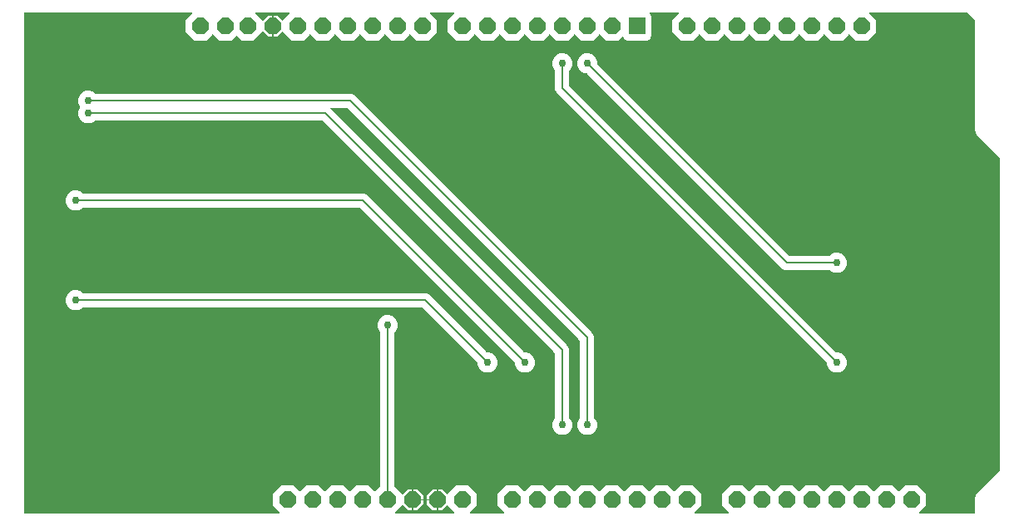
<source format=gbr>
G04 EAGLE Gerber RS-274X export*
G75*
%MOMM*%
%FSLAX34Y34*%
%LPD*%
%INBottom Copper*%
%IPPOS*%
%AMOC8*
5,1,8,0,0,1.08239X$1,22.5*%
G01*
G04 Define Apertures*
%ADD10P,1.81452X8X22.5*%
%ADD11R,1.676400X1.676400*%
%ADD12C,0.756400*%
%ADD13C,0.152400*%
G36*
X270993Y11490D02*
X271244Y11662D01*
X271407Y11917D01*
X271458Y12216D01*
X271388Y12511D01*
X271235Y12731D01*
X264668Y19298D01*
X264668Y31502D01*
X273298Y40132D01*
X285502Y40132D01*
X291561Y34073D01*
X291814Y33906D01*
X292112Y33850D01*
X292408Y33915D01*
X292639Y34073D01*
X298698Y40132D01*
X310902Y40132D01*
X316961Y34073D01*
X317214Y33906D01*
X317512Y33850D01*
X317808Y33915D01*
X318039Y34073D01*
X324098Y40132D01*
X336302Y40132D01*
X342361Y34073D01*
X342614Y33906D01*
X342912Y33850D01*
X343208Y33915D01*
X343439Y34073D01*
X349498Y40132D01*
X361702Y40132D01*
X367761Y34073D01*
X368014Y33906D01*
X368312Y33850D01*
X368608Y33915D01*
X368839Y34073D01*
X373665Y38899D01*
X373832Y39152D01*
X373888Y39438D01*
X373888Y195668D01*
X373828Y195965D01*
X373665Y196206D01*
X372411Y197461D01*
X370868Y201185D01*
X370868Y205215D01*
X372411Y208939D01*
X375261Y211790D01*
X378985Y213332D01*
X383015Y213332D01*
X386739Y211790D01*
X389590Y208939D01*
X391132Y205215D01*
X391132Y201185D01*
X389590Y197461D01*
X388335Y196206D01*
X388168Y195954D01*
X388112Y195668D01*
X388112Y39438D01*
X388172Y39141D01*
X388335Y38899D01*
X395855Y31379D01*
X396108Y31211D01*
X396406Y31156D01*
X396702Y31221D01*
X396933Y31379D01*
X401876Y36322D01*
X405638Y36322D01*
X405638Y14478D01*
X401876Y14478D01*
X396933Y19421D01*
X396680Y19589D01*
X396382Y19644D01*
X396086Y19579D01*
X395855Y19421D01*
X389165Y12731D01*
X388998Y12478D01*
X388942Y12180D01*
X389007Y11884D01*
X389182Y11636D01*
X389441Y11477D01*
X389704Y11430D01*
X448496Y11430D01*
X448793Y11490D01*
X449044Y11662D01*
X449207Y11917D01*
X449258Y12216D01*
X449188Y12511D01*
X449035Y12731D01*
X442345Y19421D01*
X442092Y19589D01*
X441794Y19644D01*
X441498Y19579D01*
X441267Y19421D01*
X436324Y14478D01*
X432562Y14478D01*
X432562Y36322D01*
X436324Y36322D01*
X441267Y31379D01*
X441520Y31211D01*
X441818Y31156D01*
X442114Y31221D01*
X442345Y31379D01*
X451098Y40132D01*
X463302Y40132D01*
X471932Y31502D01*
X471932Y19298D01*
X465365Y12731D01*
X465198Y12478D01*
X465142Y12180D01*
X465207Y11884D01*
X465382Y11636D01*
X465641Y11477D01*
X465904Y11430D01*
X499296Y11430D01*
X499593Y11490D01*
X499844Y11662D01*
X500007Y11917D01*
X500058Y12216D01*
X499988Y12511D01*
X499835Y12731D01*
X493268Y19298D01*
X493268Y31502D01*
X501898Y40132D01*
X514102Y40132D01*
X520161Y34073D01*
X520414Y33906D01*
X520712Y33850D01*
X521008Y33915D01*
X521239Y34073D01*
X527298Y40132D01*
X539502Y40132D01*
X545561Y34073D01*
X545814Y33906D01*
X546112Y33850D01*
X546408Y33915D01*
X546639Y34073D01*
X552698Y40132D01*
X564902Y40132D01*
X570961Y34073D01*
X571214Y33906D01*
X571512Y33850D01*
X571808Y33915D01*
X572039Y34073D01*
X578098Y40132D01*
X590302Y40132D01*
X596361Y34073D01*
X596614Y33906D01*
X596912Y33850D01*
X597208Y33915D01*
X597439Y34073D01*
X603498Y40132D01*
X615702Y40132D01*
X621761Y34073D01*
X622014Y33906D01*
X622312Y33850D01*
X622608Y33915D01*
X622839Y34073D01*
X628898Y40132D01*
X641102Y40132D01*
X647161Y34073D01*
X647414Y33906D01*
X647712Y33850D01*
X648008Y33915D01*
X648239Y34073D01*
X654298Y40132D01*
X666502Y40132D01*
X672561Y34073D01*
X672814Y33906D01*
X673112Y33850D01*
X673408Y33915D01*
X673639Y34073D01*
X679698Y40132D01*
X691902Y40132D01*
X700532Y31502D01*
X700532Y19298D01*
X693965Y12731D01*
X693798Y12478D01*
X693742Y12180D01*
X693807Y11884D01*
X693982Y11636D01*
X694241Y11477D01*
X694504Y11430D01*
X727896Y11430D01*
X728193Y11490D01*
X728444Y11662D01*
X728607Y11917D01*
X728658Y12216D01*
X728588Y12511D01*
X728435Y12731D01*
X721868Y19298D01*
X721868Y31502D01*
X730498Y40132D01*
X742702Y40132D01*
X748761Y34073D01*
X749014Y33906D01*
X749312Y33850D01*
X749608Y33915D01*
X749839Y34073D01*
X755898Y40132D01*
X768102Y40132D01*
X774161Y34073D01*
X774414Y33906D01*
X774712Y33850D01*
X775008Y33915D01*
X775239Y34073D01*
X781298Y40132D01*
X793502Y40132D01*
X799561Y34073D01*
X799814Y33906D01*
X800112Y33850D01*
X800408Y33915D01*
X800639Y34073D01*
X806698Y40132D01*
X818902Y40132D01*
X824961Y34073D01*
X825214Y33906D01*
X825512Y33850D01*
X825808Y33915D01*
X826039Y34073D01*
X832098Y40132D01*
X844302Y40132D01*
X850361Y34073D01*
X850614Y33906D01*
X850912Y33850D01*
X851208Y33915D01*
X851439Y34073D01*
X857498Y40132D01*
X869702Y40132D01*
X875761Y34073D01*
X876014Y33906D01*
X876312Y33850D01*
X876608Y33915D01*
X876839Y34073D01*
X882898Y40132D01*
X895102Y40132D01*
X901161Y34073D01*
X901414Y33906D01*
X901712Y33850D01*
X902008Y33915D01*
X902239Y34073D01*
X908298Y40132D01*
X920502Y40132D01*
X929132Y31502D01*
X929132Y19298D01*
X922565Y12731D01*
X922398Y12478D01*
X922342Y12180D01*
X922407Y11884D01*
X922582Y11636D01*
X922841Y11477D01*
X923104Y11430D01*
X978408Y11430D01*
X978705Y11490D01*
X978955Y11662D01*
X979119Y11917D01*
X979170Y12192D01*
X979170Y27674D01*
X980910Y31875D01*
X1004347Y55311D01*
X1004514Y55564D01*
X1004570Y55850D01*
X1004570Y373410D01*
X1004510Y373707D01*
X1004347Y373949D01*
X980910Y397385D01*
X979170Y401586D01*
X979170Y513110D01*
X979110Y513407D01*
X978947Y513649D01*
X970849Y521747D01*
X970596Y521914D01*
X970310Y521970D01*
X872304Y521970D01*
X872007Y521910D01*
X871756Y521738D01*
X871593Y521483D01*
X871542Y521184D01*
X871612Y520889D01*
X871765Y520669D01*
X878332Y514102D01*
X878332Y501898D01*
X869702Y493268D01*
X857498Y493268D01*
X851439Y499327D01*
X851186Y499495D01*
X850888Y499550D01*
X850592Y499485D01*
X850361Y499327D01*
X844302Y493268D01*
X832098Y493268D01*
X826039Y499327D01*
X825786Y499495D01*
X825488Y499550D01*
X825192Y499485D01*
X824961Y499327D01*
X818902Y493268D01*
X806698Y493268D01*
X800639Y499327D01*
X800386Y499495D01*
X800088Y499550D01*
X799792Y499485D01*
X799561Y499327D01*
X793502Y493268D01*
X781298Y493268D01*
X775239Y499327D01*
X774986Y499495D01*
X774688Y499550D01*
X774392Y499485D01*
X774161Y499327D01*
X768102Y493268D01*
X755898Y493268D01*
X749839Y499327D01*
X749586Y499495D01*
X749288Y499550D01*
X748992Y499485D01*
X748761Y499327D01*
X742702Y493268D01*
X730498Y493268D01*
X724439Y499327D01*
X724186Y499495D01*
X723888Y499550D01*
X723592Y499485D01*
X723361Y499327D01*
X717302Y493268D01*
X705098Y493268D01*
X699039Y499327D01*
X698786Y499495D01*
X698488Y499550D01*
X698192Y499485D01*
X697961Y499327D01*
X691902Y493268D01*
X679698Y493268D01*
X671068Y501898D01*
X671068Y514102D01*
X677635Y520669D01*
X677803Y520922D01*
X677858Y521220D01*
X677793Y521516D01*
X677618Y521764D01*
X677360Y521923D01*
X677096Y521970D01*
X648614Y521970D01*
X648317Y521910D01*
X648067Y521738D01*
X647903Y521483D01*
X647852Y521184D01*
X647922Y520889D01*
X648075Y520669D01*
X648765Y519979D01*
X649732Y517645D01*
X649732Y498355D01*
X648765Y496021D01*
X646979Y494235D01*
X644645Y493268D01*
X625355Y493268D01*
X623021Y494235D01*
X621235Y496021D01*
X620857Y496933D01*
X620688Y497184D01*
X620433Y497350D01*
X620135Y497403D01*
X619839Y497336D01*
X619614Y497180D01*
X615702Y493268D01*
X603498Y493268D01*
X597439Y499327D01*
X597186Y499495D01*
X596888Y499550D01*
X596592Y499485D01*
X596361Y499327D01*
X590302Y493268D01*
X578098Y493268D01*
X572039Y499327D01*
X571786Y499495D01*
X571488Y499550D01*
X571192Y499485D01*
X570961Y499327D01*
X564902Y493268D01*
X552698Y493268D01*
X546639Y499327D01*
X546386Y499495D01*
X546088Y499550D01*
X545792Y499485D01*
X545561Y499327D01*
X539502Y493268D01*
X527298Y493268D01*
X521239Y499327D01*
X520986Y499495D01*
X520688Y499550D01*
X520392Y499485D01*
X520161Y499327D01*
X514102Y493268D01*
X501898Y493268D01*
X495839Y499327D01*
X495586Y499495D01*
X495288Y499550D01*
X494992Y499485D01*
X494761Y499327D01*
X488702Y493268D01*
X476498Y493268D01*
X470439Y499327D01*
X470186Y499495D01*
X469888Y499550D01*
X469592Y499485D01*
X469361Y499327D01*
X463302Y493268D01*
X451098Y493268D01*
X442468Y501898D01*
X442468Y514102D01*
X449035Y520669D01*
X449203Y520922D01*
X449258Y521220D01*
X449193Y521516D01*
X449018Y521764D01*
X448760Y521923D01*
X448496Y521970D01*
X425264Y521970D01*
X424967Y521910D01*
X424716Y521738D01*
X424553Y521483D01*
X424502Y521184D01*
X424572Y520889D01*
X424725Y520669D01*
X431292Y514102D01*
X431292Y501898D01*
X422662Y493268D01*
X410458Y493268D01*
X404399Y499327D01*
X404146Y499495D01*
X403848Y499550D01*
X403552Y499485D01*
X403321Y499327D01*
X397262Y493268D01*
X385058Y493268D01*
X378999Y499327D01*
X378746Y499495D01*
X378448Y499550D01*
X378152Y499485D01*
X377921Y499327D01*
X371862Y493268D01*
X359658Y493268D01*
X353599Y499327D01*
X353346Y499495D01*
X353048Y499550D01*
X352752Y499485D01*
X352521Y499327D01*
X346462Y493268D01*
X334258Y493268D01*
X328199Y499327D01*
X327946Y499495D01*
X327648Y499550D01*
X327352Y499485D01*
X327121Y499327D01*
X321062Y493268D01*
X308858Y493268D01*
X302799Y499327D01*
X302546Y499495D01*
X302248Y499550D01*
X301952Y499485D01*
X301721Y499327D01*
X295662Y493268D01*
X283458Y493268D01*
X274705Y502021D01*
X274452Y502189D01*
X274154Y502244D01*
X273858Y502179D01*
X273627Y502021D01*
X268684Y497078D01*
X264922Y497078D01*
X264922Y518922D01*
X268684Y518922D01*
X273627Y513979D01*
X273880Y513811D01*
X274178Y513756D01*
X274474Y513821D01*
X274705Y513979D01*
X281395Y520669D01*
X281563Y520922D01*
X281618Y521220D01*
X281553Y521516D01*
X281378Y521764D01*
X281120Y521923D01*
X280856Y521970D01*
X247464Y521970D01*
X247167Y521910D01*
X246916Y521738D01*
X246753Y521483D01*
X246702Y521184D01*
X246772Y520889D01*
X246925Y520669D01*
X253615Y513979D01*
X253868Y513811D01*
X254166Y513756D01*
X254462Y513821D01*
X254693Y513979D01*
X259636Y518922D01*
X263398Y518922D01*
X263398Y497078D01*
X259636Y497078D01*
X254693Y502021D01*
X254440Y502189D01*
X254142Y502244D01*
X253846Y502179D01*
X253615Y502021D01*
X244862Y493268D01*
X232658Y493268D01*
X227869Y498057D01*
X227616Y498225D01*
X227318Y498280D01*
X227022Y498215D01*
X226791Y498057D01*
X222002Y493268D01*
X209798Y493268D01*
X203739Y499327D01*
X203486Y499495D01*
X203188Y499550D01*
X202892Y499485D01*
X202661Y499327D01*
X196602Y493268D01*
X184398Y493268D01*
X175768Y501898D01*
X175768Y514102D01*
X182335Y520669D01*
X182503Y520922D01*
X182558Y521220D01*
X182493Y521516D01*
X182318Y521764D01*
X182060Y521923D01*
X181796Y521970D01*
X12192Y521970D01*
X11895Y521910D01*
X11645Y521738D01*
X11481Y521483D01*
X11430Y521208D01*
X11430Y12192D01*
X11490Y11895D01*
X11662Y11645D01*
X11917Y11481D01*
X12192Y11430D01*
X270696Y11430D01*
X270993Y11490D01*
G37*
%LPC*%
G36*
X836185Y256568D02*
X832461Y258111D01*
X831206Y259365D01*
X830954Y259532D01*
X830668Y259588D01*
X785985Y259588D01*
X783371Y260671D01*
X584497Y459545D01*
X584244Y459712D01*
X583959Y459768D01*
X582185Y459768D01*
X578461Y461311D01*
X575611Y464161D01*
X574068Y467885D01*
X574068Y471915D01*
X575611Y475639D01*
X578461Y478490D01*
X582185Y480032D01*
X586215Y480032D01*
X589939Y478490D01*
X592790Y475639D01*
X594332Y471915D01*
X594332Y470142D01*
X594392Y469844D01*
X594555Y469603D01*
X790123Y274035D01*
X790376Y273868D01*
X790662Y273812D01*
X830668Y273812D01*
X830965Y273872D01*
X831206Y274035D01*
X832461Y275290D01*
X836185Y276832D01*
X840215Y276832D01*
X843939Y275290D01*
X846790Y272439D01*
X848332Y268715D01*
X848332Y264685D01*
X846790Y260961D01*
X843939Y258111D01*
X840215Y256568D01*
X836185Y256568D01*
G37*
G36*
X836185Y154968D02*
X832461Y156511D01*
X829611Y159361D01*
X828068Y163085D01*
X828068Y164859D01*
X828008Y165156D01*
X827845Y165397D01*
X552771Y440471D01*
X551688Y443085D01*
X551688Y462368D01*
X551628Y462665D01*
X551465Y462906D01*
X550211Y464161D01*
X548668Y467885D01*
X548668Y471915D01*
X550211Y475639D01*
X553061Y478490D01*
X556785Y480032D01*
X560815Y480032D01*
X564539Y478490D01*
X567390Y475639D01*
X568932Y471915D01*
X568932Y467885D01*
X567390Y464161D01*
X566135Y462906D01*
X565968Y462654D01*
X565912Y462368D01*
X565912Y447762D01*
X565972Y447464D01*
X566135Y447223D01*
X837903Y175455D01*
X838156Y175288D01*
X838442Y175232D01*
X840215Y175232D01*
X843939Y173690D01*
X846790Y170839D01*
X848332Y167115D01*
X848332Y163085D01*
X846790Y159361D01*
X843939Y156511D01*
X840215Y154968D01*
X836185Y154968D01*
G37*
G36*
X556785Y91468D02*
X553061Y93011D01*
X550211Y95861D01*
X548668Y99585D01*
X548668Y103615D01*
X550211Y107339D01*
X551465Y108594D01*
X551632Y108847D01*
X551688Y109132D01*
X551688Y174539D01*
X551628Y174836D01*
X551465Y175077D01*
X314777Y411765D01*
X314524Y411932D01*
X314239Y411988D01*
X83732Y411988D01*
X83435Y411928D01*
X83194Y411765D01*
X81939Y410511D01*
X78215Y408968D01*
X74185Y408968D01*
X70461Y410511D01*
X67611Y413361D01*
X66068Y417085D01*
X66068Y421115D01*
X67611Y424839D01*
X67682Y424911D01*
X67850Y425164D01*
X67905Y425462D01*
X67840Y425758D01*
X67682Y425989D01*
X67611Y426061D01*
X66068Y429785D01*
X66068Y433815D01*
X67611Y437539D01*
X70461Y440390D01*
X74185Y441932D01*
X78215Y441932D01*
X81939Y440390D01*
X83194Y439135D01*
X83447Y438968D01*
X83732Y438912D01*
X344315Y438912D01*
X346929Y437829D01*
X590229Y194529D01*
X591312Y191915D01*
X591312Y109132D01*
X591372Y108835D01*
X591535Y108594D01*
X592790Y107339D01*
X594332Y103615D01*
X594332Y99585D01*
X592790Y95861D01*
X589939Y93011D01*
X586215Y91468D01*
X582185Y91468D01*
X578461Y93011D01*
X575611Y95861D01*
X574068Y99585D01*
X574068Y103615D01*
X575611Y107339D01*
X576865Y108594D01*
X577032Y108847D01*
X577088Y109132D01*
X577088Y187239D01*
X577028Y187536D01*
X576865Y187777D01*
X340177Y424465D01*
X339924Y424632D01*
X339639Y424688D01*
X323810Y424688D01*
X323512Y424628D01*
X323262Y424456D01*
X323099Y424201D01*
X323048Y423902D01*
X323118Y423607D01*
X323271Y423387D01*
X564829Y181829D01*
X565912Y179215D01*
X565912Y109132D01*
X565972Y108835D01*
X566135Y108594D01*
X567390Y107339D01*
X568932Y103615D01*
X568932Y99585D01*
X567390Y95861D01*
X564539Y93011D01*
X560815Y91468D01*
X556785Y91468D01*
G37*
G36*
X518685Y154968D02*
X514961Y156511D01*
X512111Y159361D01*
X510568Y163085D01*
X510568Y164859D01*
X510508Y165156D01*
X510345Y165397D01*
X352877Y322865D01*
X352624Y323032D01*
X352339Y323088D01*
X71032Y323088D01*
X70735Y323028D01*
X70494Y322865D01*
X69239Y321611D01*
X65515Y320068D01*
X61485Y320068D01*
X57761Y321611D01*
X54911Y324461D01*
X53368Y328185D01*
X53368Y332215D01*
X54911Y335939D01*
X57761Y338790D01*
X61485Y340332D01*
X65515Y340332D01*
X69239Y338790D01*
X70494Y337535D01*
X70747Y337368D01*
X71032Y337312D01*
X357015Y337312D01*
X359629Y336229D01*
X520403Y175455D01*
X520656Y175288D01*
X520942Y175232D01*
X522715Y175232D01*
X526439Y173690D01*
X529290Y170839D01*
X530832Y167115D01*
X530832Y163085D01*
X529290Y159361D01*
X526439Y156511D01*
X522715Y154968D01*
X518685Y154968D01*
G37*
G36*
X480585Y154968D02*
X476861Y156511D01*
X474011Y159361D01*
X472468Y163085D01*
X472468Y164859D01*
X472408Y165156D01*
X472245Y165397D01*
X416377Y221265D01*
X416124Y221432D01*
X415839Y221488D01*
X71032Y221488D01*
X70735Y221428D01*
X70494Y221265D01*
X69239Y220011D01*
X65515Y218468D01*
X61485Y218468D01*
X57761Y220011D01*
X54911Y222861D01*
X53368Y226585D01*
X53368Y230615D01*
X54911Y234339D01*
X57761Y237190D01*
X61485Y238732D01*
X65515Y238732D01*
X69239Y237190D01*
X70494Y235935D01*
X70747Y235768D01*
X71032Y235712D01*
X420515Y235712D01*
X423129Y234629D01*
X482303Y175455D01*
X482556Y175288D01*
X482842Y175232D01*
X484615Y175232D01*
X488339Y173690D01*
X491190Y170839D01*
X492732Y167115D01*
X492732Y163085D01*
X491190Y159361D01*
X488339Y156511D01*
X484615Y154968D01*
X480585Y154968D01*
G37*
G36*
X420878Y26162D02*
X420878Y29924D01*
X427276Y36322D01*
X431038Y36322D01*
X431038Y26162D01*
X420878Y26162D01*
G37*
G36*
X407162Y26162D02*
X407162Y36322D01*
X410924Y36322D01*
X417322Y29924D01*
X417322Y26162D01*
X407162Y26162D01*
G37*
G36*
X407162Y14478D02*
X407162Y24638D01*
X417322Y24638D01*
X417322Y20876D01*
X410924Y14478D01*
X407162Y14478D01*
G37*
G36*
X427276Y14478D02*
X420878Y20876D01*
X420878Y24638D01*
X431038Y24638D01*
X431038Y14478D01*
X427276Y14478D01*
G37*
%LPD*%
D10*
X533400Y508000D03*
X508000Y25400D03*
X558800Y508000D03*
X584200Y508000D03*
X609600Y508000D03*
D11*
X635000Y508000D03*
D10*
X508000Y508000D03*
X482600Y508000D03*
X457200Y508000D03*
X416560Y508000D03*
X391160Y508000D03*
X365760Y508000D03*
X340360Y508000D03*
X314960Y508000D03*
X289560Y508000D03*
X264160Y508000D03*
X238760Y508000D03*
X533400Y25400D03*
X558800Y25400D03*
X584200Y25400D03*
X609600Y25400D03*
X635000Y25400D03*
X457200Y25400D03*
X431800Y25400D03*
X406400Y25400D03*
X381000Y25400D03*
X355600Y25400D03*
X330200Y25400D03*
X685800Y508000D03*
X711200Y508000D03*
X736600Y508000D03*
X762000Y508000D03*
X787400Y508000D03*
X812800Y508000D03*
X838200Y508000D03*
X863600Y508000D03*
X660400Y25400D03*
X685800Y25400D03*
X736600Y25400D03*
X762000Y25400D03*
X787400Y25400D03*
X812800Y25400D03*
X838200Y25400D03*
X863600Y25400D03*
X889000Y25400D03*
X914400Y25400D03*
X215900Y508000D03*
X190500Y508000D03*
X304800Y25400D03*
X279400Y25400D03*
D12*
X215900Y73660D03*
X127000Y73660D03*
X38100Y38100D03*
X121920Y172720D03*
X292100Y63500D03*
X508000Y203200D03*
X63500Y203200D03*
X63500Y304800D03*
X63500Y406400D03*
X838200Y241300D03*
X838200Y139700D03*
X914400Y457200D03*
X482600Y165100D03*
D13*
X419100Y228600D01*
X63500Y228600D01*
D12*
X63500Y228600D03*
X63500Y330200D03*
D13*
X355600Y330200D01*
X520700Y165100D01*
D12*
X520700Y165100D03*
X76200Y431800D03*
D13*
X342900Y431800D01*
X584200Y190500D01*
X584200Y101600D01*
D12*
X584200Y101600D03*
D13*
X317500Y419100D02*
X76200Y419100D01*
D12*
X76200Y419100D03*
D13*
X317500Y419100D02*
X558800Y177800D01*
X558800Y101600D01*
D12*
X558800Y101600D03*
X838200Y165100D03*
D13*
X558800Y444500D01*
X558800Y469900D01*
D12*
X558800Y469900D03*
X838200Y266700D03*
D13*
X787400Y266700D01*
X584200Y469900D01*
D12*
X584200Y469900D03*
X381000Y203200D03*
D13*
X381000Y25400D01*
M02*

</source>
